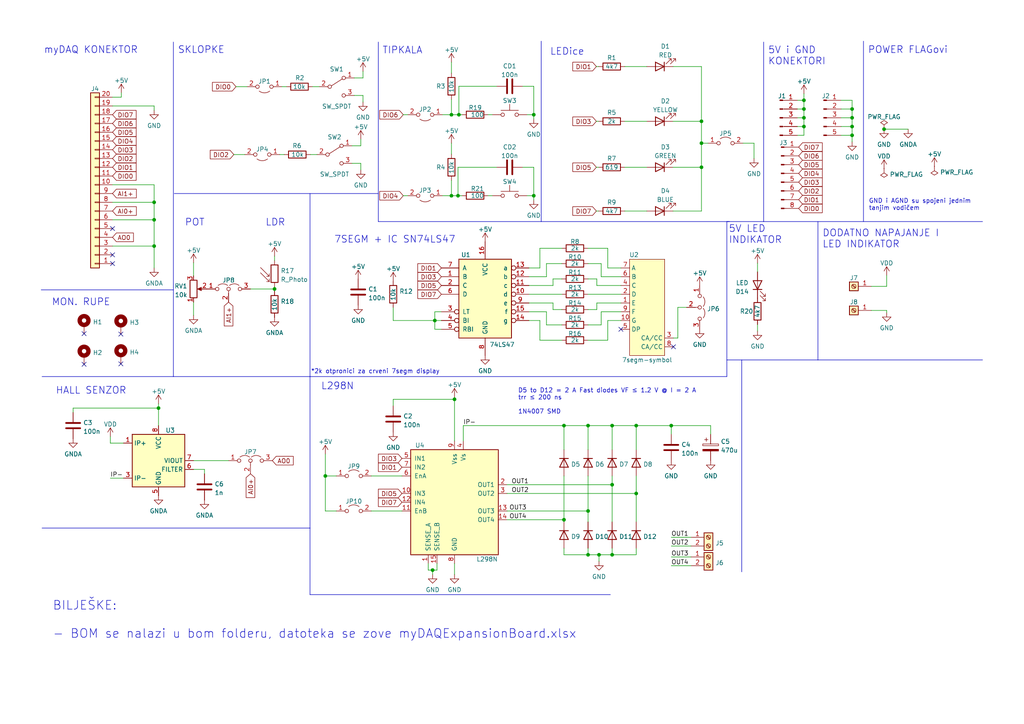
<source format=kicad_sch>
(kicad_sch (version 20230121) (generator eeschema)
  (paper "A4")
  (title_block (title "myDAQExpansionBoard") (date "2022-07-24") (rev "1") (company "TVZ"))
  (junction (at 45.974 118.364))
  (junction (at 177.546 160.909))
  (junction (at 170.561 148.209))
  (junction (at 130.937 56.769))
  (junction (at 177.546 140.589))
  (junction (at 131.826 115.824))
  (junction (at 233.172 31.623))
  (junction (at 170.561 160.909))
  (junction (at 170.561 123.444))
  (junction (at 163.576 150.749))
  (junction (at 233.172 29.083))
  (junction (at 184.531 143.129))
  (junction (at 247.142 39.243))
  (junction (at 203.454 41.529))
  (junction (at 247.142 36.703))
  (junction (at 154.813 56.769))
  (junction (at 125.476 165.354))
  (junction (at 173.736 160.909))
  (junction (at 154.813 33.274))
  (junction (at 94.361 138.049))
  (junction (at 177.546 123.444))
  (junction (at 79.629 83.82))
  (junction (at 203.454 35.179))
  (junction (at 233.172 36.703))
  (junction (at 132.842 56.769))
  (junction (at 203.454 48.514))
  (junction (at 184.531 123.444))
  (junction (at 247.142 34.163))
  (junction (at 256.413 37.465))
  (junction (at 44.704 58.674))
  (junction (at 126.111 92.964))
  (junction (at 44.704 63.754))
  (junction (at 130.937 33.274))
  (junction (at 44.704 71.374))
  (junction (at 133.096 33.274))
  (junction (at 163.576 123.444))
  (junction (at 247.142 31.623))
  (junction (at 194.691 123.444))
  (junction (at 233.172 34.163))
  (no_connect (at 180.086 95.504))
  (no_connect (at 32.639 73.914))
  (no_connect (at 32.639 66.294))
  (no_connect (at 32.639 76.454))
  (no_connect (at 195.326 100.584))
  (no_connect (at 35.052 105.537))
  (no_connect (at 24.384 96.774))
  (no_connect (at 24.384 105.664))
  (no_connect (at 35.052 96.901))
  (wire (pts (xy 114.046 115.824) (xy 114.046 117.729)))
  (wire (pts (xy 44.704 71.374) (xy 44.704 63.754)))
  (wire (pts (xy 203.454 48.514) (xy 203.454 41.529)))
  (wire (pts (xy 128.397 33.274) (xy 130.937 33.274)))
  (wire (pts (xy 152.908 33.274) (xy 154.813 33.274)))
  (wire (pts (xy 218.694 41.529) (xy 215.519 41.529)))
  (wire (pts (xy 151.638 48.514) (xy 154.813 48.514)))
  (wire (pts (xy 94.361 148.209) (xy 97.536 148.209)))
  (wire (pts (xy 116.967 33.274) (xy 118.237 33.274)))
  (wire (pts (xy 243.967 36.703) (xy 247.142 36.703)))
  (wire (pts (xy 56.134 87.63) (xy 56.134 91.44)))
  (wire (pts (xy 172.974 19.304) (xy 173.609 19.304)))
  (wire (pts (xy 56.134 133.604) (xy 66.294 133.604)))
  (wire (pts (xy 68.453 25.146) (xy 71.628 25.146)))
  (polyline (pts (xy 50.292 109.22) (xy 50.292 84.074)))
  (wire (pts (xy 126.111 92.964) (xy 114.046 92.964)))
  (polyline (pts (xy 109.728 12.192) (xy 109.728 56.134)))
  (wire (pts (xy 205.359 41.529) (xy 203.454 41.529)))
  (wire (pts (xy 154.813 48.514) (xy 154.813 56.769)))
  (wire (pts (xy 32.639 28.194) (xy 35.179 28.194)))
  (polyline (pts (xy 210.82 64.262) (xy 211.582 64.262)))
  (polyline (pts (xy 89.916 109.22) (xy 89.916 56.134)))
  (wire (pts (xy 116.967 56.769) (xy 118.237 56.769)))
  (wire (pts (xy 173.101 87.884) (xy 173.101 89.789)))
  (wire (pts (xy 90.043 44.831) (xy 91.948 44.831)))
  (wire (pts (xy 170.561 85.344) (xy 180.086 85.344)))
  (wire (pts (xy 203.454 41.529) (xy 203.454 35.179)))
  (wire (pts (xy 156.591 92.964) (xy 153.416 92.964)))
  (wire (pts (xy 233.172 29.083) (xy 233.172 31.623)))
  (wire (pts (xy 172.974 35.179) (xy 173.609 35.179)))
  (polyline (pts (xy 237.236 104.394) (xy 237.236 64.262)))
  (polyline (pts (xy 237.236 104.394) (xy 210.82 104.394)))
  (wire (pts (xy 81.153 44.831) (xy 82.423 44.831)))
  (polyline (pts (xy 50.546 56.134) (xy 109.728 56.134)))
  (wire (pts (xy 162.941 98.679) (xy 156.591 98.679)))
  (wire (pts (xy 158.496 76.454) (xy 158.496 80.264)))
  (wire (pts (xy 133.096 25.019) (xy 144.018 25.019)))
  (wire (pts (xy 163.576 150.749) (xy 163.576 151.384)))
  (wire (pts (xy 160.401 89.789) (xy 160.401 87.884)))
  (wire (pts (xy 44.704 30.734) (xy 44.704 32.004)))
  (wire (pts (xy 181.229 61.214) (xy 187.579 61.214)))
  (wire (pts (xy 194.691 123.444) (xy 206.121 123.444)))
  (wire (pts (xy 32.639 53.594) (xy 44.704 53.594)))
  (wire (pts (xy 194.691 155.829) (xy 200.406 155.829)))
  (wire (pts (xy 126.111 90.424) (xy 126.111 92.964)))
  (wire (pts (xy 125.476 165.354) (xy 125.476 166.624)))
  (wire (pts (xy 256.413 37.465) (xy 263.398 37.465)))
  (wire (pts (xy 199.136 89.154) (xy 196.596 89.154)))
  (wire (pts (xy 184.531 143.129) (xy 184.531 151.384)))
  (wire (pts (xy 162.941 76.454) (xy 158.496 76.454)))
  (polyline (pts (xy 250.444 11.938) (xy 250.444 64.262)))
  (wire (pts (xy 177.546 123.444) (xy 184.531 123.444)))
  (wire (pts (xy 32.639 63.754) (xy 44.704 63.754)))
  (wire (pts (xy 194.691 161.544) (xy 200.406 161.544)))
  (wire (pts (xy 105.283 29.591) (xy 105.283 27.686)))
  (wire (pts (xy 160.401 87.884) (xy 153.416 87.884)))
  (polyline (pts (xy 12.192 109.22) (xy 50.292 109.22)))
  (wire (pts (xy 176.276 72.009) (xy 170.561 72.009)))
  (wire (pts (xy 194.691 164.084) (xy 200.406 164.084)))
  (wire (pts (xy 177.546 159.004) (xy 177.546 160.909)))
  (wire (pts (xy 170.561 130.429) (xy 170.561 123.444)))
  (wire (pts (xy 170.561 123.444) (xy 177.546 123.444)))
  (wire (pts (xy 130.937 41.529) (xy 130.937 44.704)))
  (wire (pts (xy 105.283 27.686) (xy 102.743 27.686)))
  (wire (pts (xy 44.704 58.674) (xy 44.704 53.594)))
  (wire (pts (xy 156.591 72.009) (xy 156.591 77.724)))
  (wire (pts (xy 59.309 136.144) (xy 59.309 137.414)))
  (wire (pts (xy 233.172 36.703) (xy 233.172 39.243)))
  (wire (pts (xy 163.576 138.049) (xy 163.576 150.749)))
  (polyline (pts (xy 156.972 11.938) (xy 156.972 64.262)))
  (wire (pts (xy 147.066 148.209) (xy 170.561 148.209)))
  (wire (pts (xy 243.967 34.163) (xy 247.142 34.163)))
  (wire (pts (xy 231.267 29.083) (xy 233.172 29.083)))
  (wire (pts (xy 21.209 118.364) (xy 45.974 118.364)))
  (wire (pts (xy 181.229 19.304) (xy 187.579 19.304)))
  (wire (pts (xy 154.813 58.039) (xy 154.813 56.769)))
  (wire (pts (xy 45.974 118.364) (xy 45.974 123.444)))
  (wire (pts (xy 180.086 82.804) (xy 173.101 82.804)))
  (wire (pts (xy 151.638 25.019) (xy 154.813 25.019)))
  (wire (pts (xy 247.142 41.148) (xy 247.142 39.243)))
  (wire (pts (xy 44.704 63.754) (xy 44.704 58.674)))
  (wire (pts (xy 128.397 56.769) (xy 130.937 56.769)))
  (wire (pts (xy 163.576 160.909) (xy 170.561 160.909)))
  (polyline (pts (xy 210.82 104.394) (xy 210.82 64.262)))
  (polyline (pts (xy 284.988 104.394) (xy 237.236 104.394)))
  (wire (pts (xy 32.004 128.524) (xy 32.004 126.619)))
  (wire (pts (xy 174.371 94.234) (xy 170.561 94.234)))
  (wire (pts (xy 131.826 115.189) (xy 131.826 115.824)))
  (wire (pts (xy 134.366 123.444) (xy 163.576 123.444)))
  (wire (pts (xy 173.101 82.804) (xy 173.101 80.899)))
  (wire (pts (xy 184.531 160.909) (xy 184.531 159.004)))
  (wire (pts (xy 243.967 31.623) (xy 247.142 31.623)))
  (wire (pts (xy 180.086 80.264) (xy 174.371 80.264)))
  (polyline (pts (xy 89.916 109.22) (xy 50.292 109.22)))
  (wire (pts (xy 231.267 31.623) (xy 233.172 31.623)))
  (polyline (pts (xy 109.728 56.134) (xy 109.728 64.262)))
  (wire (pts (xy 233.172 31.623) (xy 233.172 34.163)))
  (wire (pts (xy 147.066 150.749) (xy 163.576 150.749)))
  (wire (pts (xy 257.175 83.058) (xy 257.175 79.883)))
  (wire (pts (xy 114.046 89.154) (xy 114.046 92.964)))
  (polyline (pts (xy 109.728 64.262) (xy 156.972 64.262)))
  (wire (pts (xy 141.605 33.274) (xy 142.748 33.274)))
  (wire (pts (xy 162.941 94.234) (xy 158.496 94.234)))
  (wire (pts (xy 153.416 85.344) (xy 162.941 85.344)))
  (wire (pts (xy 79.629 74.295) (xy 79.629 75.565)))
  (wire (pts (xy 231.267 34.163) (xy 233.172 34.163)))
  (wire (pts (xy 170.561 138.049) (xy 170.561 148.209)))
  (wire (pts (xy 203.454 61.214) (xy 203.454 48.514)))
  (wire (pts (xy 107.696 138.049) (xy 116.586 138.049)))
  (wire (pts (xy 233.172 27.178) (xy 233.172 29.083)))
  (wire (pts (xy 196.596 89.154) (xy 196.596 98.044)))
  (wire (pts (xy 154.813 33.274) (xy 154.813 34.544)))
  (wire (pts (xy 158.496 90.424) (xy 153.416 90.424)))
  (wire (pts (xy 94.361 138.049) (xy 97.536 138.049)))
  (wire (pts (xy 160.401 82.804) (xy 153.416 82.804)))
  (polyline (pts (xy 210.82 104.394) (xy 210.82 109.22)))
  (wire (pts (xy 35.814 128.524) (xy 32.004 128.524)))
  (wire (pts (xy 172.974 61.214) (xy 173.609 61.214)))
  (wire (pts (xy 247.142 39.243) (xy 247.142 36.703)))
  (wire (pts (xy 195.199 35.179) (xy 203.454 35.179)))
  (wire (pts (xy 130.937 33.274) (xy 133.096 33.274)))
  (wire (pts (xy 257.175 90.043) (xy 257.175 90.678)))
  (wire (pts (xy 177.546 151.384) (xy 177.546 140.589)))
  (wire (pts (xy 173.101 80.899) (xy 170.561 80.899)))
  (wire (pts (xy 67.818 44.831) (xy 70.993 44.831)))
  (wire (pts (xy 180.086 77.724) (xy 176.276 77.724)))
  (wire (pts (xy 173.736 160.909) (xy 177.546 160.909)))
  (wire (pts (xy 133.096 33.274) (xy 133.985 33.274)))
  (polyline (pts (xy 12.192 153.162) (xy 89.916 153.162)))
  (wire (pts (xy 194.691 158.369) (xy 200.406 158.369)))
  (wire (pts (xy 126.111 95.504) (xy 126.111 92.964)))
  (polyline (pts (xy 89.916 172.466) (xy 177.038 172.466)))
  (wire (pts (xy 141.605 56.769) (xy 142.748 56.769)))
  (wire (pts (xy 130.937 56.769) (xy 130.937 52.324)))
  (wire (pts (xy 32.639 71.374) (xy 44.704 71.374)))
  (wire (pts (xy 102.743 22.606) (xy 105.283 22.606)))
  (polyline (pts (xy 89.916 153.162) (xy 89.916 172.466)))
  (wire (pts (xy 173.101 89.789) (xy 170.561 89.789)))
  (wire (pts (xy 144.018 48.514) (xy 132.842 48.514)))
  (wire (pts (xy 79.629 83.185) (xy 79.629 83.82)))
  (polyline (pts (xy 221.488 12.192) (xy 221.488 64.262)))
  (wire (pts (xy 126.111 92.964) (xy 128.016 92.964)))
  (polyline (pts (xy 221.488 64.262) (xy 284.988 64.262)))
  (wire (pts (xy 156.591 98.679) (xy 156.591 92.964)))
  (wire (pts (xy 163.576 130.429) (xy 163.576 123.444)))
  (wire (pts (xy 177.546 140.589) (xy 177.546 138.049)))
  (wire (pts (xy 132.842 48.514) (xy 132.842 56.769)))
  (wire (pts (xy 163.576 123.444) (xy 170.561 123.444)))
  (wire (pts (xy 130.937 56.769) (xy 132.842 56.769)))
  (wire (pts (xy 32.639 58.674) (xy 44.704 58.674)))
  (wire (pts (xy 158.496 80.264) (xy 153.416 80.264)))
  (wire (pts (xy 219.71 76.327) (xy 219.71 78.867)))
  (wire (pts (xy 133.096 25.019) (xy 133.096 33.274)))
  (wire (pts (xy 252.73 90.043) (xy 257.175 90.043)))
  (wire (pts (xy 124.206 163.449) (xy 124.206 165.354)))
  (polyline (pts (xy 50.292 12.192) (xy 50.292 84.074)))
  (wire (pts (xy 154.813 25.019) (xy 154.813 33.274)))
  (wire (pts (xy 231.267 36.703) (xy 233.172 36.703)))
  (wire (pts (xy 56.134 80.01) (xy 56.134 76.2)))
  (wire (pts (xy 176.276 77.724) (xy 176.276 72.009)))
  (wire (pts (xy 130.937 33.274) (xy 130.937 28.829)))
  (wire (pts (xy 174.371 76.454) (xy 170.561 76.454)))
  (wire (pts (xy 174.371 90.424) (xy 174.371 94.234)))
  (wire (pts (xy 195.199 48.514) (xy 203.454 48.514)))
  (wire (pts (xy 131.826 163.449) (xy 131.826 166.624)))
  (wire (pts (xy 233.172 39.243) (xy 231.267 39.243)))
  (wire (pts (xy 243.967 39.243) (xy 247.142 39.243)))
  (wire (pts (xy 128.016 90.424) (xy 126.111 90.424)))
  (wire (pts (xy 72.644 83.82) (xy 79.629 83.82)))
  (wire (pts (xy 247.142 34.163) (xy 247.142 31.623)))
  (wire (pts (xy 174.371 80.264) (xy 174.371 76.454)))
  (polyline (pts (xy 210.82 109.22) (xy 89.916 109.22)))
  (wire (pts (xy 125.476 165.354) (xy 126.746 165.354)))
  (wire (pts (xy 170.561 148.209) (xy 170.561 151.384)))
  (wire (pts (xy 156.591 77.724) (xy 153.416 77.724)))
  (wire (pts (xy 184.531 123.444) (xy 184.531 130.429)))
  (polyline (pts (xy 215.138 104.394) (xy 215.138 165.862)))
  (wire (pts (xy 32.004 138.684) (xy 35.814 138.684)))
  (wire (pts (xy 130.937 18.034) (xy 130.937 21.209)))
  (polyline (pts (xy 156.972 64.262) (xy 221.488 64.262)))
  (wire (pts (xy 147.066 140.589) (xy 177.546 140.589)))
  (wire (pts (xy 158.496 94.234) (xy 158.496 90.424)))
  (wire (pts (xy 184.531 143.129) (xy 147.066 143.129)))
  (wire (pts (xy 131.826 115.824) (xy 131.826 127.889)))
  (wire (pts (xy 180.086 92.964) (xy 176.276 92.964)))
  (wire (pts (xy 206.121 125.984) (xy 206.121 123.444)))
  (wire (pts (xy 181.229 48.514) (xy 187.579 48.514)))
  (wire (pts (xy 233.172 34.163) (xy 233.172 36.703)))
  (wire (pts (xy 126.746 165.354) (xy 126.746 163.449)))
  (wire (pts (xy 177.546 123.444) (xy 177.546 130.429)))
  (wire (pts (xy 104.648 49.276) (xy 104.648 47.371)))
  (wire (pts (xy 94.361 138.049) (xy 94.361 148.209)))
  (wire (pts (xy 94.361 131.699) (xy 94.361 138.049)))
  (wire (pts (xy 102.108 42.291) (xy 104.648 42.291)))
  (wire (pts (xy 35.179 28.194) (xy 35.179 26.924)))
  (wire (pts (xy 44.704 77.724) (xy 44.704 71.374)))
  (wire (pts (xy 195.199 61.214) (xy 203.454 61.214)))
  (wire (pts (xy 247.142 36.703) (xy 247.142 34.163)))
  (wire (pts (xy 219.71 94.107) (xy 219.71 96.012)))
  (polyline (pts (xy 89.916 153.162) (xy 89.916 109.22)))
  (wire (pts (xy 180.086 90.424) (xy 174.371 90.424)))
  (wire (pts (xy 247.142 29.083) (xy 243.967 29.083)))
  (wire (pts (xy 180.086 87.884) (xy 173.101 87.884)))
  (wire (pts (xy 21.209 119.634) (xy 21.209 118.364)))
  (wire (pts (xy 124.206 165.354) (xy 125.476 165.354)))
  (wire (pts (xy 105.283 22.606) (xy 105.283 20.701)))
  (wire (pts (xy 162.941 89.789) (xy 160.401 89.789)))
  (wire (pts (xy 218.694 45.974) (xy 218.694 41.529)))
  (wire (pts (xy 203.454 35.179) (xy 203.454 19.304)))
  (wire (pts (xy 176.276 92.964) (xy 176.276 98.679)))
  (wire (pts (xy 176.276 98.679) (xy 170.561 98.679)))
  (wire (pts (xy 252.73 83.058) (xy 257.175 83.058)))
  (wire (pts (xy 81.788 25.146) (xy 83.058 25.146)))
  (wire (pts (xy 184.531 123.444) (xy 194.691 123.444)))
  (wire (pts (xy 170.561 160.909) (xy 173.736 160.909)))
  (wire (pts (xy 162.941 80.899) (xy 160.401 80.899)))
  (wire (pts (xy 128.016 95.504) (xy 126.111 95.504)))
  (wire (pts (xy 44.704 30.734) (xy 32.639 30.734)))
  (wire (pts (xy 132.842 56.769) (xy 133.985 56.769)))
  (wire (pts (xy 104.648 42.291) (xy 104.648 40.386)))
  (wire (pts (xy 195.326 98.044) (xy 196.596 98.044)))
  (wire (pts (xy 56.134 136.144) (xy 59.309 136.144)))
  (wire (pts (xy 163.576 159.004) (xy 163.576 160.909)))
  (wire (pts (xy 134.366 123.444) (xy 134.366 127.889)))
  (wire (pts (xy 45.974 117.094) (xy 45.974 118.364)))
  (wire (pts (xy 184.531 138.049) (xy 184.531 143.129)))
  (wire (pts (xy 160.401 80.899) (xy 160.401 82.804)))
  (wire (pts (xy 104.648 47.371) (xy 102.108 47.371)))
  (wire (pts (xy 203.454 19.304) (xy 195.199 19.304)))
  (wire (pts (xy 172.974 48.514) (xy 173.609 48.514)))
  (wire (pts (xy 90.678 25.146) (xy 92.583 25.146)))
  (wire (pts (xy 107.696 148.209) (xy 116.586 148.209)))
  (polyline (pts (xy 11.938 84.074) (xy 50.292 84.074)))
  (wire (pts (xy 181.229 35.179) (xy 187.579 35.179)))
  (wire (pts (xy 131.826 115.824) (xy 114.046 115.824)))
  (wire (pts (xy 162.941 72.009) (xy 156.591 72.009)))
  (wire (pts (xy 170.561 159.004) (xy 170.561 160.909)))
  (wire (pts (xy 173.736 160.909) (xy 173.736 162.814)))
  (wire (pts (xy 247.142 31.623) (xy 247.142 29.083)))
  (wire (pts (xy 79.629 83.82) (xy 79.629 84.455)))
  (wire (pts (xy 194.691 125.984) (xy 194.691 123.444)))
  (wire (pts (xy 152.908 56.769) (xy 154.813 56.769)))
  (wire (pts (xy 177.546 160.909) (xy 184.531 160.909)))
  (text "myDAQ KONEKTOR" (at 12.7 15.748 0) (effects (font (size 2 2)) (justify left bottom)))
  (text "LEDice" (at 159.512 16.256 0) (effects (font (size 2 2)) (justify left bottom)))
  (text "5V LED\nINDIKATOR" (at 211.328 70.866 0) (effects (font (size 2 2)) (justify left bottom)))
  (text "*2k otpronici za crveni 7segm display" (at 90.17 108.585 0) (effects (font (size 1.27 1.27)) (justify left bottom)))
  (text "D5 to D12 = 2 A Fast diodes VF ≤ 1.2 V @ I = 2 A\ntrr ≤ 200 ns\n\n1N4007 SMD" (at 150.241 120.269 0) (effects (font (size 1.27 1.27)) (justify left bottom)))
  (text "5V i GND\nKONEKTORI" (at 222.758 19.05 0) (effects (font (size 2 2)) (justify left bottom)))
  (text "7SEGM + IC SN74LS47" (at 96.901 70.739 0) (effects (font (size 2 2)) (justify left bottom)))
  (text "POT" (at 53.594 65.786 0) (effects (font (size 2 2)) (justify left bottom)))
  (text "HALL SENZOR" (at 16.129 114.554 0) (effects (font (size 2 2)) (justify left bottom)))
  (text "POWER FLAGovi" (at 251.714 15.748 0) (effects (font (size 2 2)) (justify left bottom)))
  (text "L298N" (at 93.091 113.284 0) (effects (font (size 2 2)) (justify left bottom)))
  (text "BILJEŠKE:\n\n- BOM se nalazi u bom folderu, datoteka se zove myDAQExpansionBoard.xlsx" (at 15.24 185.42 0) (effects (font (size 2.54 2.54)) (justify left bottom)))
  (text "MON. RUPE" (at 14.986 88.9 0) (effects (font (size 2 2)) (justify left bottom)))
  (text "TIPKALA" (at 110.871 15.875 0) (effects (font (size 2 2)) (justify left bottom)))
  (text "SKLOPKE" (at 51.562 15.748 0) (effects (font (size 2 2)) (justify left bottom)))
  (text "DODATNO NAPAJANJE I \nLED INDIKATOR" (at 238.506 72.136 0) (effects (font (size 2 2)) (justify left bottom)))
  (text "GND i AGND su spojeni jednim\ntanjim vodičem" (at 251.968 61.214 0) (effects (font (size 1.27 1.27)) (justify left bottom)))
  (text "LDR" (at 76.962 65.786 0) (effects (font (size 2 2)) (justify left bottom)))
  (label "OUT3" (at 147.701 148.209 0))
  (label "OUT1" (at 148.336 140.589 0))
  (label "IP-" (at 134.366 123.444 0))
  (label "IP-" (at 32.004 138.684 0))
  (label "OUT4" (at 194.691 164.084 0))
  (label "OUT2" (at 148.336 143.129 0))
  (label "OUT2" (at 194.691 158.369 0))
  (label "OUT1" (at 194.691 155.829 0))
  (label "OUT3" (at 194.691 161.544 0))
  (label "OUT4" (at 147.701 150.749 0))
  (global_label "DIO5" (shape input) (at 172.974 48.514 180) (property "Intersheetrefs" "${INTERSHEET_REFS}" (effects hide)))
  (global_label "DIO7" (shape input) (at 128.016 85.344 180) (property "Intersheetrefs" "${INTERSHEET_REFS}" (effects hide)))
  (global_label "DIO1" (shape input) (at 116.586 135.509 180) (property "Intersheetrefs" "${INTERSHEET_REFS}" (effects hide)))
  (global_label "DIO3" (shape input) (at 172.974 35.179 180) (property "Intersheetrefs" "${INTERSHEET_REFS}" (effects hide)))
  (global_label "DIO3" (shape input) (at 128.016 80.264 180) (property "Intersheetrefs" "${INTERSHEET_REFS}" (effects hide)))
  (global_label "DIO1" (shape input) (at 128.016 77.724 180) (property "Intersheetrefs" "${INTERSHEET_REFS}" (effects hide)))
  (global_label "AI1+" (shape input) (at 32.639 56.134 0) (property "Intersheetrefs" "${INTERSHEET_REFS}" (effects hide)))
  (global_label "DIO7" (shape input) (at 116.586 145.669 180) (property "Intersheetrefs" "${INTERSHEET_REFS}" (effects hide)))
  (global_label "AI0+" (shape input) (at 32.639 61.214 0) (property "Intersheetrefs" "${INTERSHEET_REFS}" (effects hide)))
  (global_label "DIO1" (shape input) (at 172.974 19.304 180) (property "Intersheetrefs" "${INTERSHEET_REFS}" (effects hide)))
  (global_label "DIO3" (shape input) (at 116.586 132.969 180) (property "Intersheetrefs" "${INTERSHEET_REFS}" (effects hide)))
  (global_label "DIO7" (shape input) (at 231.648 42.672 0) (property "Intersheetrefs" "${INTERSHEET_REFS}" (effects hide)))
  (global_label "DIO2" (shape input) (at 231.648 55.372 0) (property "Intersheetrefs" "${INTERSHEET_REFS}" (effects hide)))
  (global_label "DIO5" (shape input) (at 128.016 82.804 180) (property "Intersheetrefs" "${INTERSHEET_REFS}" (effects hide)))
  (global_label "DIO4" (shape input) (at 116.967 56.769 180) (property "Intersheetrefs" "${INTERSHEET_REFS}" (effects hide)))
  (global_label "AI0+" (shape input) (at 72.644 137.414 270) (property "Intersheetrefs" "${INTERSHEET_REFS}" (effects hide)))
  (global_label "DIO0" (shape input) (at 231.648 60.452 0) (property "Intersheetrefs" "${INTERSHEET_REFS}" (effects hide)))
  (global_label "DIO2" (shape input) (at 67.818 44.831 180) (property "Intersheetrefs" "${INTERSHEET_REFS}" (effects hide)))
  (global_label "DIO4" (shape input) (at 231.648 50.292 0) (property "Intersheetrefs" "${INTERSHEET_REFS}" (effects hide)))
  (global_label "DIO4" (shape input) (at 32.639 40.894 0) (property "Intersheetrefs" "${INTERSHEET_REFS}" (effects hide)))
  (global_label "AI1+" (shape input) (at 66.294 87.63 270) (property "Intersheetrefs" "${INTERSHEET_REFS}" (effects hide)))
  (global_label "DIO3" (shape input) (at 32.639 43.434 0) (property "Intersheetrefs" "${INTERSHEET_REFS}" (effects hide)))
  (global_label "DIO1" (shape input) (at 231.648 57.912 0) (property "Intersheetrefs" "${INTERSHEET_REFS}" (effects hide)))
  (global_label "DIO6" (shape input) (at 116.967 33.274 180) (property "Intersheetrefs" "${INTERSHEET_REFS}" (effects hide)))
  (global_label "DIO5" (shape input) (at 116.586 143.129 180) (property "Intersheetrefs" "${INTERSHEET_REFS}" (effects hide)))
  (global_label "DIO5" (shape input) (at 32.639 38.354 0) (property "Intersheetrefs" "${INTERSHEET_REFS}" (effects hide)))
  (global_label "DIO2" (shape input) (at 32.639 45.974 0) (property "Intersheetrefs" "${INTERSHEET_REFS}" (effects hide)))
  (global_label "DIO0" (shape input) (at 32.639 51.054 0) (property "Intersheetrefs" "${INTERSHEET_REFS}" (effects hide)))
  (global_label "DIO7" (shape input) (at 172.974 61.214 180) (property "Intersheetrefs" "${INTERSHEET_REFS}" (effects hide)))
  (global_label "AO0" (shape input) (at 32.639 68.834 0) (property "Intersheetrefs" "${INTERSHEET_REFS}" (effects hide)))
  (global_label "DIO1" (shape input) (at 32.639 48.514 0) (property "Intersheetrefs" "${INTERSHEET_REFS}" (effects hide)))
  (global_label "DIO0" (shape input) (at 68.453 25.146 180) (property "Intersheetrefs" "${INTERSHEET_REFS}" (effects hide)))
  (global_label "DIO7" (shape input) (at 32.639 33.274 0) (property "Intersheetrefs" "${INTERSHEET_REFS}" (effects hide)))
  (global_label "AO0" (shape input) (at 78.994 133.604 0) (property "Intersheetrefs" "${INTERSHEET_REFS}" (effects hide)))
  (global_label "DIO6" (shape input) (at 32.639 35.814 0) (property "Intersheetrefs" "${INTERSHEET_REFS}" (effects hide)))
  (global_label "DIO5" (shape input) (at 231.648 47.752 0) (property "Intersheetrefs" "${INTERSHEET_REFS}" (effects hide)))
  (global_label "DIO6" (shape input) (at 231.648 45.212 0) (property "Intersheetrefs" "${INTERSHEET_REFS}" (effects hide)))
  (global_label "DIO3" (shape input) (at 231.648 52.832 0) (property "Intersheetrefs" "${INTERSHEET_REFS}" (effects hide)))
  (symbol (lib_id "Mechanical:MountingHole_Pad") (at 35.052 102.997 0) (unit 1)
    (property "Reference" "H4" (at 37.592 102.1608 0) (effects (justify left)))
    (property "Value" "MountingHole_Pad" (effects hide))
    (property "Footprint" "MountingHole:MountingHole_3.2mm_M3_ISO7380_Pad" (effects hide))
  )
  (symbol (lib_id "Device:R") (at 177.419 48.514 90) (unit 1)
    (property "Reference" "R7" (at 177.419 45.974 90))
    (property "Value" "619" (at 177.419 48.514 90))
    (property "Footprint" "Resistor_SMD:R_0603_1608Metric" (effects hide))
  )
  (symbol (lib_id "Device:LED") (at 191.389 19.304 180) (unit 1)
    (property "Reference" "D1" (at 192.9765 13.4452 0))
    (property "Value" "RED" (at 192.9765 15.9821 0))
    (property "Footprint" "LED_THT:LED_D5.0mm" (effects hide))
  )
  (symbol (lib_id "power:+5V") (at 202.946 82.804 0) (unit 1)
    (property "Reference" "#PWR020" (effects hide))
    (property "Value" "+5V" (at 202.946 79.2282 0))
  )
  (symbol (lib_id "Device:R") (at 130.937 25.019 0) (unit 1)
    (property "Reference" "R3" (at 126.492 25.019 0) (effects (justify left)))
    (property "Value" "10k" (at 130.937 26.924 90) (effects (justify left)))
    (property "Footprint" "Resistor_SMD:R_0603_1608Metric" (effects hide))
  )
  (symbol (lib_id "74xx:74LS47") (at 140.716 85.344 0) (unit 1)
    (property "Reference" "U1" (at 133.731 73.914 0) (effects (justify left)))
    (property "Value" "74LS47" (at 141.986 99.949 0) (effects (justify left)))
    (property "Footprint" "Package_DIP:DIP-16_W7.62mm" (effects hide))
    (property "Datasheet" "http://www.ti.com/lit/gpn/sn74LS47" (effects hide))
  )
  (symbol (lib_id "Symbols:7segm-symbol") (at 187.706 87.884 0) (unit 1)
    (property "Reference" "U2" (at 183.896 73.914 0))
    (property "Value" "7segm-symbol" (at 187.706 104.394 0))
    (property "Footprint" "Library:7segm-SA52" (effects hide))
  )
  (symbol (lib_id "Device:LED") (at 191.389 48.514 180) (unit 1)
    (property "Reference" "D3" (at 192.9765 42.6552 0))
    (property "Value" "GREEN" (at 192.9765 45.1921 0))
    (property "Footprint" "LED_THT:LED_D5.0mm" (effects hide))
  )
  (symbol (lib_id "Device:R") (at 177.419 61.214 90) (unit 1)
    (property "Reference" "R9" (at 177.419 58.674 90))
    (property "Value" "4k7" (at 177.419 61.214 90))
    (property "Footprint" "Resistor_SMD:R_0603_1608Metric" (effects hide))
  )
  (symbol (lib_name "1N4007_5") (lib_id "Diode:1N4007") (at 184.531 155.194 270) (unit 1)
    (property "Reference" "D12" (at 186.563 155.6278 90) (effects (justify left)))
    (property "Value" "1N4007" (effects hide))
    (property "Footprint" "Diode_SMD:D_SMA" (effects hide))
    (property "Datasheet" "http://www.vishay.com/docs/88503/1n4001.pdf" (effects hide))
  )
  (symbol (lib_id "Device:C") (at 147.828 48.514 90) (unit 1)
    (property "Reference" "CD2" (at 147.828 42.6552 90))
    (property "Value" "100n" (at 147.828 45.1921 90))
    (property "Footprint" "Capacitor_SMD:C_0805_2012Metric" (effects hide))
  )
  (symbol (lib_id "Jumper:Jumper_3_Open") (at 66.294 83.82 0) (unit 1)
    (property "Reference" "JP8" (at 66.294 81.285 0))
    (property "Value" "Jumper_3_Open" (effects hide))
    (property "Footprint" "Library:PinHeader_1x03_P2.54mm_Vertical_jumper" (effects hide))
  )
  (symbol (lib_id "Diode:1N4007") (at 163.576 134.239 270) (unit 1)
    (property "Reference" "D5" (at 165.608 134.6728 90) (effects (justify left)))
    (property "Value" "1N4007" (effects hide))
    (property "Footprint" "Diode_SMD:D_SMA" (effects hide))
    (property "Datasheet" "http://www.vishay.com/docs/88503/1n4001.pdf" (effects hide))
  )
  (symbol (lib_id "Sensor_Current:ACS712xLCTR-05B") (at 45.974 133.604 0) (unit 1)
    (property "Reference" "U3" (at 47.9934 124.8212 0) (effects (justify left)))
    (property "Value" "ACS712xLCTR-05B" (effects hide))
    (property "Footprint" "Package_SO:SOIC-8_3.9x4.9mm_P1.27mm" (effects hide))
    (property "Datasheet" "http://www.allegromicro.com/~/media/Files/Datasheets/ACS712-Datasheet.ashx?la=en" (effects hide))
  )
  (symbol (lib_id "Connector:Screw_Terminal_01x01") (at 247.65 90.043 180) (unit 1)
    (property "Reference" "J8" (at 247.65 87.6102 0))
    (property "Value" "Screw_Terminal_01x01" (effects hide))
    (property "Footprint" "Library:DELTRON 4mm banana socket - black" (effects hide))
  )
  (symbol (lib_id "Device:R") (at 166.751 72.009 90) (unit 1)
    (property "Reference" "R8" (at 166.751 70.104 90))
    (property "Value" "2k" (at 166.751 72.009 90))
    (property "Footprint" "Resistor_SMD:R_0603_1608Metric" (effects hide))
  )
  (symbol (lib_id "Device:R") (at 130.937 48.514 0) (unit 1)
    (property "Reference" "R4" (at 126.492 48.514 0) (effects (justify left)))
    (property "Value" "10k" (at 130.937 50.419 90) (effects (justify left)))
    (property "Footprint" "Resistor_SMD:R_0603_1608Metric" (effects hide))
  )
  (symbol (lib_id "Device:R") (at 137.795 56.769 270) (unit 1)
    (property "Reference" "R21" (at 136.525 54.737 90) (effects (justify left)))
    (property "Value" "100" (at 136.525 56.769 90) (effects (justify left)))
    (property "Footprint" "Resistor_SMD:R_0603_1608Metric" (effects hide))
  )
  (symbol (lib_id "power:+5V") (at 35.179 26.924 0) (unit 1)
    (property "Reference" "#PWR010" (effects hide))
    (property "Value" "+5V" (at 35.179 23.3482 0))
  )
  (symbol (lib_id "Connector:Conn_01x05_Male") (at 238.887 34.163 0) (unit 1)
    (property "Reference" "J2" (at 239.522 27.844 0))
    (property "Value" "Conn_01x05_Male" (effects hide))
    (property "Footprint" "Connector_PinHeader_2.54mm:PinHeader_1x05_P2.54mm_Vertical" (effects hide))
  )
  (symbol (lib_id "power:GND") (at 103.886 88.519 0) (unit 1)
    (property "Reference" "#PWR021" (effects hide))
    (property "Value" "GND" (at 103.886 92.9624 0))
  )
  (symbol (lib_id "power:VDD") (at 256.413 48.895 0) (unit 1)
    (property "Reference" "#PWR09" (effects hide))
    (property "Value" "VDD" (at 256.413 45.3192 0))
  )
  (symbol (lib_id "Device:C") (at 59.309 141.224 0) (unit 1)
    (property "Reference" "C6" (at 62.23 140.3893 0) (effects (justify left)))
    (property "Value" "1n" (at 62.23 142.9262 0) (effects (justify left)))
    (property "Footprint" "Capacitor_SMD:C_0603_1608Metric" (effects hide))
  )
  (symbol (lib_id "Jumper:Jumper_2_Open") (at 76.708 25.146 180) (unit 1)
    (property "Reference" "JP1" (at 76.708 23.6022 0))
    (property "Value" "Jumper_2_Open" (effects hide))
    (property "Footprint" "Library:PinHeader_1x02_P2.54mm_jumper" (effects hide))
  )
  (symbol (lib_id "power:GND") (at 173.736 162.814 0) (unit 1)
    (property "Reference" "#PWR040" (effects hide))
    (property "Value" "GND" (at 173.736 167.2574 0))
  )
  (symbol (lib_id "Jumper:Jumper_2_Open") (at 210.439 41.529 0) (unit 1)
    (property "Reference" "JP5" (at 210.439 38.7152 0))
    (property "Value" "Jumper_2_Open" (effects hide))
    (property "Footprint" "Library:PinHeader_1x02_P2.54mm_jumper" (effects hide))
  )
  (symbol (lib_id "Device:R") (at 177.419 19.304 90) (unit 1)
    (property "Reference" "R1" (at 177.419 16.764 90))
    (property "Value" "4k7" (at 177.419 19.304 90))
    (property "Footprint" "Resistor_SMD:R_0603_1608Metric" (effects hide))
  )
  (symbol (lib_id "power:+5V") (at 130.937 18.034 0) (unit 1)
    (property "Reference" "#PWR03" (effects hide))
    (property "Value" "+5V" (at 130.937 14.4582 0))
  )
  (symbol (lib_id "Device:R") (at 137.795 33.274 270) (unit 1)
    (property "Reference" "R19" (at 135.89 31.242 90) (effects (justify left)))
    (property "Value" "100" (at 136.525 33.274 90) (effects (justify left)))
    (property "Footprint" "Resistor_SMD:R_0603_1608Metric" (effects hide))
  )
  (symbol (lib_id "Jumper:Jumper_2_Open") (at 102.616 138.049 0) (unit 1)
    (property "Reference" "JP9" (at 102.616 135.2352 0))
    (property "Value" "Jumper_2_Open" (effects hide))
    (property "Footprint" "Library:PinHeader_1x02_P2.54mm_jumper" (effects hide))
  )
  (symbol (lib_id "power:+5V") (at 45.974 117.094 0) (unit 1)
    (property "Reference" "#PWR027" (effects hide))
    (property "Value" "+5V" (at 45.974 113.5182 0))
  )
  (symbol (lib_id "Device:R") (at 166.751 76.454 90) (unit 1)
    (property "Reference" "R10" (at 166.751 74.549 90))
    (property "Value" "2k" (at 166.751 76.454 90))
    (property "Footprint" "Resistor_SMD:R_0603_1608Metric" (effects hide))
  )
  (symbol (lib_id "power:GND") (at 219.71 96.012 0) (unit 1)
    (property "Reference" "#PWR048" (effects hide))
    (property "Value" "GND" (at 219.71 100.4554 0))
  )
  (symbol (lib_id "power:GND") (at 114.046 125.349 0) (unit 1)
    (property "Reference" "#PWR030" (effects hide))
    (property "Value" "GND" (at 114.046 129.7924 0))
  )
  (symbol (lib_id "power:GND") (at 257.175 90.678 0) (unit 1)
    (property "Reference" "#PWR046" (effects hide))
    (property "Value" "GND" (at 257.175 95.1214 0))
  )
  (symbol (lib_id "power:GND") (at 206.121 133.604 0) (unit 1)
    (property "Reference" "#PWR035" (effects hide))
    (property "Value" "GND" (at 206.121 138.0474 0))
  )
  (symbol (lib_id "Mechanical:MountingHole_Pad") (at 24.384 94.234 0) (unit 1)
    (property "Reference" "H1" (at 26.924 93.3978 0) (effects (justify left)))
    (property "Value" "MountingHole_Pad" (effects hide))
    (property "Footprint" "MountingHole:MountingHole_3.2mm_M3_ISO7380_Pad" (effects hide))
  )
  (symbol (lib_id "Switch:SW_Push") (at 147.828 56.769 0) (unit 1)
    (property "Reference" "SW4" (at 147.828 52.6852 0))
    (property "Value" "SW_Push" (effects hide))
    (property "Footprint" "Library:Omron_B3F-12x12mm" (effects hide))
  )
  (symbol (lib_id "power:GND") (at 154.813 34.544 0) (unit 1)
    (property "Reference" "#PWR013" (effects hide))
    (property "Value" "GND" (at 154.813 38.9874 0))
  )
  (symbol (lib_id "power:GND") (at 202.946 95.504 0) (unit 1)
    (property "Reference" "#PWR022" (effects hide))
    (property "Value" "GND" (at 202.946 99.9474 0))
  )
  (symbol (lib_id "Mechanical:MountingHole_Pad") (at 24.384 103.124 0) (unit 1)
    (property "Reference" "H2" (at 26.924 102.2878 0) (effects (justify left)))
    (property "Value" "MountingHole_Pad" (effects hide))
    (property "Footprint" "MountingHole:MountingHole_3.2mm_M3_ISO7380_Pad" (effects hide))
  )
  (symbol (lib_id "power:GNDA") (at 263.398 37.465 0) (unit 1)
    (property "Reference" "#PWR02" (effects hide))
    (property "Value" "GNDA" (at 263.398 41.9084 0))
  )
  (symbol (lib_id "Jumper:Jumper_2_Open") (at 102.616 148.209 0) (unit 1)
    (property "Reference" "JP10" (at 102.616 145.3952 0))
    (property "Value" "Jumper_2_Open" (effects hide))
    (property "Footprint" "Library:PinHeader_1x02_P2.54mm_jumper" (effects hide))
  )
  (symbol (lib_id "Connector:Screw_Terminal_01x01") (at 247.65 83.058 180) (unit 1)
    (property "Reference" "J7" (at 247.65 80.6252 0))
    (property "Value" "Screw_Terminal_01x01" (effects hide))
    (property "Footprint" "Library:DELTRON 4mm banana socket - red" (effects hide))
  )
  (symbol (lib_id "Jumper:Jumper_2_Open") (at 76.073 44.831 180) (unit 1)
    (property "Reference" "JP4" (at 76.073 43.2872 0))
    (property "Value" "Jumper_2_Open" (effects hide))
    (property "Footprint" "Library:PinHeader_1x02_P2.54mm_jumper" (effects hide))
  )
  (symbol (lib_id "power:+5V") (at 140.716 70.104 0) (unit 1)
    (property "Reference" "#PWR017" (effects hide))
    (property "Value" "+5V" (at 140.716 66.5282 0))
  )
  (symbol (lib_id "power:+5V") (at 114.046 81.534 0) (unit 1)
    (property "Reference" "#PWR019" (effects hide))
    (property "Value" "+5V" (at 114.046 77.9582 0))
  )
  (symbol (lib_name "1N4007_1") (lib_id "Diode:1N4007") (at 184.531 134.239 270) (unit 1)
    (property "Reference" "D8" (at 186.563 134.6728 90) (effects (justify left)))
    (property "Value" "1N4007" (effects hide))
    (property "Footprint" "Diode_SMD:D_SMA" (effects hide))
    (property "Datasheet" "http://www.vishay.com/docs/88503/1n4001.pdf" (effects hide))
  )
  (symbol (lib_id "Switch:SW_SPDT") (at 97.663 25.146 0) (unit 1)
    (property "Reference" "SW1" (at 97.663 20.066 0))
    (property "Value" "SW_SPDT" (at 97.663 30.861 0))
    (property "Footprint" "Library:EG1271A" (effects hide))
  )
  (symbol (lib_id "Device:R") (at 166.751 80.899 90) (unit 1)
    (property "Reference" "R11" (at 166.751 78.994 90))
    (property "Value" "2k" (at 166.751 80.899 90))
    (property "Footprint" "Resistor_SMD:R_0603_1608Metric" (effects hide))
  )
  (symbol (lib_name "1N4007_7") (lib_id "Diode:1N4007") (at 163.576 155.194 270) (unit 1)
    (property "Reference" "D9" (at 165.608 155.6278 90) (effects (justify left)))
    (property "Value" "1N4007" (effects hide))
    (property "Footprint" "Diode_SMD:D_SMA" (effects hide))
    (property "Datasheet" "http://www.vishay.com/docs/88503/1n4001.pdf" (effects hide))
  )
  (symbol (lib_id "power:GND") (at 218.694 45.974 0) (unit 1)
    (property "Reference" "#PWR016" (effects hide))
    (property "Value" "GND" (at 218.694 50.4174 0))
  )
  (symbol (lib_id "power:+5V") (at 94.361 131.699 0) (unit 1)
    (property "Reference" "#PWR033" (effects hide))
    (property "Value" "+5V" (at 94.361 128.1232 0))
  )
  (symbol (lib_id "power:GNDA") (at 21.209 127.254 0) (unit 1)
    (property "Reference" "#PWR032" (effects hide))
    (property "Value" "GNDA" (at 21.209 131.6974 0))
  )
  (symbol (lib_id "Jumper:Jumper_2_Open") (at 123.317 56.769 180) (unit 1)
    (property "Reference" "JP3" (at 123.317 55.2252 0))
    (property "Value" "Jumper_2_Open" (effects hide))
    (property "Footprint" "Library:PinHeader_1x02_P2.54mm_jumper" (effects hide))
  )
  (symbol (lib_name "1N4007_3") (lib_id "Diode:1N4007") (at 170.561 134.239 270) (unit 1)
    (property "Reference" "D6" (at 172.593 134.6728 90) (effects (justify left)))
    (property "Value" "1N4007" (effects hide))
    (property "Footprint" "Diode_SMD:D_SMA" (effects hide))
    (property "Datasheet" "http://www.vishay.com/docs/88503/1n4001.pdf" (effects hide))
  )
  (symbol (lib_id "power:GND") (at 247.142 41.148 0) (unit 1)
    (property "Reference" "#PWR012" (effects hide))
    (property "Value" "GND" (at 247.142 45.5914 0))
  )
  (symbol (lib_id "Connector:Screw_Terminal_01x02") (at 205.486 155.829 0) (unit 1)
    (property "Reference" "J5" (at 207.518 157.5328 0) (effects (justify left)))
    (property "Value" "Screw_Terminal_01x02" (effects hide))
    (property "Footprint" "TerminalBlock_Phoenix:TerminalBlock_Phoenix_MKDS-1,5-2-5.08_1x02_P5.08mm_Horizontal" (effects hide))
  )
  (symbol (lib_id "power:GND") (at 154.813 58.039 0) (unit 1)
    (property "Reference" "#PWR014" (effects hide))
    (property "Value" "GND" (at 154.813 62.4824 0))
  )
  (symbol (lib_id "Switch:SW_Push") (at 147.828 33.274 0) (unit 1)
    (property "Reference" "SW3" (at 147.828 29.1902 0))
    (property "Value" "SW_Push" (effects hide))
    (property "Footprint" "Library:Omron_B3F-12x12mm" (effects hide))
  )
  (symbol (lib_id "Connector_Generic:Conn_01x20") (at 27.559 53.594 180) (unit 1)
    (property "Reference" "J4" (at 27.559 25.7612 0))
    (property "Value" "OSTV7XX3151" (effects hide))
    (property "Footprint" "Library:OSTV7XX3151" (effects hide))
  )
  (symbol (lib_id "power:VDD") (at 32.004 126.619 0) (unit 1)
    (property "Reference" "#PWR031" (effects hide))
    (property "Value" "VDD" (at 32.004 123.0432 0))
  )
  (symbol (lib_id "power:PWR_FLAG") (at 271.018 48.26 180) (unit 1)
    (property "Reference" "#FLG02" (effects hide))
    (property "Value" "PWR_FLAG" (at 272.669 49.9638 0) (effects (justify right)))
  )
  (symbol (lib_id "Device:R_Potentiometer") (at 56.134 83.82 0) (mirror x) (unit 1)
    (property "Reference" "RV1" (at 54.3561 82.9853 0) (effects (justify right)))
    (property "Value" "10k" (at 54.3561 85.5222 0) (effects (justify right)))
    (property "Footprint" "Library:PTV09A-4225F-B502" (effects hide))
  )
  (symbol (lib_id "Device:R_Photo") (at 79.629 79.375 0) (unit 1)
    (property "Reference" "R17" (at 81.407 78.5403 0) (effects (justify left)))
    (property "Value" "R_Photo" (at 81.407 81.0772 0) (effects (justify left)))
    (property "Footprint" "OptoDevice:R_LDR_5.1x4.3mm_P3.4mm_Vertical" (effects hide))
  )
  (symbol (lib_id "power:GND") (at 105.283 29.591 0) (unit 1)
    (property "Reference" "#PWR07" (effects hide))
    (property "Value" "GND" (at 105.283 34.0344 0))
  )
  (symbol (lib_id "Connector:Screw_Terminal_01x02") (at 205.486 161.544 0) (unit 1)
    (property "Reference" "J6" (at 207.518 163.2478 0) (effects (justify left)))
    (property "Value" "Screw_Terminal_01x02" (effects hide))
    (property "Footprint" "TerminalBlock_Phoenix:TerminalBlock_Phoenix_MKDS-1,5-2-5.08_1x02_P5.08mm_Horizontal" (effects hide))
  )
  (symbol (lib_id "power:+5V") (at 103.886 80.899 0) (unit 1)
    (property "Reference" "#PWR018" (effects hide))
    (property "Value" "+5V" (at 103.886 77.3232 0))
  )
  (symbol (lib_id "power:+5V") (at 105.283 20.701 0) (unit 1)
    (property "Reference" "#PWR05" (effects hide))
    (property "Value" "+5V" (at 105.283 17.1252 0))
  )
  (symbol (lib_id "Device:C_Polarized") (at 206.121 129.794 0) (unit 1)
    (property "Reference" "C5" (at 209.042 128.0703 0) (effects (justify left)))
    (property "Value" "470u" (at 209.042 130.6072 0) (effects (justify left)))
    (property "Footprint" "Capacitor_THT:C_Radial_D10.0mm_H16.0mm_P5.00mm" (effects hide))
  )
  (symbol (lib_id "Device:C") (at 114.046 121.539 0) (unit 1)
    (property "Reference" "C2" (at 116.967 120.7043 0) (effects (justify left)))
    (property "Value" "100n" (at 116.967 123.2412 0) (effects (justify left)))
    (property "Footprint" "Capacitor_SMD:C_0603_1608Metric" (effects hide))
  )
  (symbol (lib_id "Jumper:Jumper_2_Open") (at 123.317 33.274 180) (unit 1)
    (property "Reference" "JP2" (at 123.317 31.7302 0))
    (property "Value" "Jumper_2_Open" (effects hide))
    (property "Footprint" "Library:PinHeader_1x02_P2.54mm_jumper" (effects hide))
  )
  (symbol (lib_id "power:VDD") (at 257.175 79.883 0) (unit 1)
    (property "Reference" "#PWR045" (effects hide))
    (property "Value" "VDD" (at 257.175 76.3072 0))
  )
  (symbol (lib_id "Device:R") (at 166.751 98.679 90) (unit 1)
    (property "Reference" "R16" (at 166.751 96.774 90))
    (property "Value" "2k" (at 166.751 98.679 90))
    (property "Footprint" "Resistor_SMD:R_0603_1608Metric" (effects hide))
  )
  (symbol (lib_id "power:+5V") (at 56.134 76.2 0) (unit 1)
    (property "Reference" "#PWR026" (effects hide))
    (property "Value" "+5V" (at 56.134 72.6242 0))
  )
  (symbol (lib_id "power:GNDA") (at 79.629 92.075 0) (unit 1)
    (property "Reference" "#PWR037" (effects hide))
    (property "Value" "GNDA" (at 79.629 96.5184 0))
  )
  (symbol (lib_id "Jumper:Jumper_3_Open") (at 202.946 89.154 270) (unit 1)
    (property "Reference" "JP6" (at 205.0802 89.5878 90) (effects (justify left)))
    (property "Value" "Jumper_3_Open" (effects hide))
    (property "Footprint" "Library:PinHeader_1x03_P2.54mm_Vertical_jumper" (effects hide))
  )
  (symbol (lib_id "power:+5V") (at 104.648 40.386 0) (unit 1)
    (property "Reference" "#PWR011" (effects hide))
    (property "Value" "+5V" (at 104.648 36.8102 0))
  )
  (symbol (lib_id "Device:R") (at 114.046 85.344 0) (unit 1)
    (property "Reference" "R12" (at 115.824 84.5093 0) (effects (justify left)))
    (property "Value" "10k" (at 114.046 87.249 90) (effects (justify left)))
    (property "Footprint" "Resistor_SMD:R_0603_1608Metric" (effects hide))
  )
  (symbol (lib_id "Device:R") (at 166.751 85.344 90) (unit 1)
    (property "Reference" "R13" (at 166.751 83.439 90))
    (property "Value" "2k" (at 166.751 85.344 90))
    (property "Footprint" "Resistor_SMD:R_0603_1608Metric" (effects hide))
  )
  (symbol (lib_id "power:GND") (at 44.704 32.004 0) (unit 1)
    (property "Reference" "#PWR0101" (effects hide))
    (property "Value" "GND" (at 44.704 36.4474 0))
  )
  (symbol (lib_id "Switch:SW_SPDT") (at 97.028 44.831 0) (unit 1)
    (property "Reference" "SW2" (at 97.028 39.751 0))
    (property "Value" "SW_SPDT" (at 97.028 50.546 0))
    (property "Footprint" "Library:EG1271A" (effects hide))
  )
  (symbol (lib_id "Device:R") (at 177.419 35.179 90) (unit 1)
    (property "Reference" "R5" (at 177.419 32.639 90))
    (property "Value" "2k" (at 177.419 35.179 90))
    (property "Footprint" "Resistor_SMD:R_0603_1608Metric" (effects hide))
  )
  (symbol (lib_id "power:GNDA") (at 44.704 77.724 0) (unit 1)
    (property "Reference" "#PWR0102" (effects hide))
    (property "Value" "GNDA" (at 44.704 82.1674 0))
  )
  (symbol (lib_id "power:+5V") (at 233.172 27.178 0) (unit 1)
    (property "Reference" "#PWR06" (effects hide))
    (property "Value" "+5V" (at 233.172 23.6022 0))
  )
  (symbol (lib_name "1N4007_6") (lib_id "Diode:1N4007") (at 177.546 155.194 270) (unit 1)
    (property "Reference" "D11" (at 179.578 155.6278 90) (effects (justify left)))
    (property "Value" "1N4007" (effects hide))
    (property "Footprint" "Diode_SMD:D_SMA" (effects hide))
    (property "Datasheet" "http://www.vishay.com/docs/88503/1n4001.pdf" (effects hide))
  )
  (symbol (lib_id "Device:LED") (at 191.389 61.214 180) (unit 1)
    (property "Reference" "D4" (at 192.9765 55.3552 0))
    (property "Value" "BLUE" (at 192.9765 57.8921 0))
    (property "Footprint" "LED_THT:LED_D5.0mm" (effects hide))
  )
  (symbol (lib_id "power:+5V") (at 79.629 74.295 0) (unit 1)
    (property "Reference" "#PWR028" (effects hide))
    (property "Value" "+5V" (at 79.629 70.7192 0))
  )
  (symbol (lib_id "Jumper:Jumper_3_Open") (at 72.644 133.604 0) (unit 1)
    (property "Reference" "JP7" (at 72.644 131.069 0))
    (property "Value" "Jumper_3_Open" (effects hide))
    (property "Footprint" "Library:PinHeader_1x03_P2.54mm_Vertical_jumper" (effects hide))
  )
  (symbol (lib_id "power:GND") (at 140.716 103.124 0) (unit 1)
    (property "Reference" "#PWR024" (effects hide))
    (property "Value" "GND" (at 140.716 107.569 0))
  )
  (symbol (lib_id "power:PWR_FLAG") (at 256.413 48.895 180) (unit 1)
    (property "Reference" "#FLG03" (effects hide))
    (property "Value" "PWR_FLAG" (at 258.064 50.5988 0) (effects (justify right)))
  )
  (symbol (lib_id "Device:R") (at 86.233 44.831 90) (unit 1)
    (property "Reference" "R6" (at 87.503 42.291 90) (effects (justify left)))
    (property "Value" "10k" (at 88.138 44.831 90) (effects (justify left)))
    (property "Footprint" "Resistor_SMD:R_0603_1608Metric" (effects hide))
  )
  (symbol (lib_id "power:GNDA") (at 59.309 145.034 0) (unit 1)
    (property "Reference" "#PWR039" (effects hide))
    (property "Value" "GNDA" (at 59.309 149.4774 0))
  )
  (symbol (lib_id "Mechanical:MountingHole_Pad") (at 35.052 94.361 0) (unit 1)
    (property "Reference" "H3" (at 37.592 93.5248 0) (effects (justify left)))
    (property "Value" "MountingHole_Pad" (effects hide))
    (property "Footprint" "MountingHole:MountingHole_3.2mm_M3_ISO7380_Pad" (effects hide))
  )
  (symbol (lib_id "power:GND") (at 104.648 49.276 0) (unit 1)
    (property "Reference" "#PWR015" (effects hide))
    (property "Value" "GND" (at 104.648 53.7194 0))
  )
  (symbol (lib_id "Device:LED") (at 219.71 82.677 90) (unit 1)
    (property "Reference" "D14" (at 215.265 84.582 90))
    (property "Value" "LED" (at 215.265 82.042 90))
    (property "Footprint" "LED_SMD:LED_1206_3216Metric" (effects hide))
  )
  (symbol (lib_name "1N4007_4") (lib_id "Diode:1N4007") (at 177.546 134.239 270) (unit 1)
    (property "Reference" "D7" (at 179.578 134.6728 90) (effects (justify left)))
    (property "Value" "1N4007" (effects hide))
    (property "Footprint" "Diode_SMD:D_SMA" (effects hide))
    (property "Datasheet" "http://www.vishay.com/docs/88503/1n4001.pdf" (effects hide))
  )
  (symbol (lib_id "power:GND") (at 131.826 166.624 0) (unit 1)
    (property "Reference" "#PWR042" (effects hide))
    (property "Value" "GND" (at 131.826 171.0674 0))
  )
  (symbol (lib_id "power:+5V") (at 130.937 41.529 0) (unit 1)
    (property "Reference" "#PWR04" (effects hide))
    (property "Value" "+5V" (at 130.937 37.9532 0))
  )
  (symbol (lib_id "Device:R") (at 219.71 90.297 0) (unit 1)
    (property "Reference" "R20" (at 216.535 90.297 0))
    (property "Value" "4k7" (at 219.71 90.297 90))
    (property "Footprint" "Resistor_SMD:R_0603_1608Metric" (effects hide))
  )
  (symbol (lib_id "power:+5V") (at 271.018 48.26 0) (unit 1)
    (property "Reference" "#PWR08" (effects hide))
    (property "Value" "+5V" (at 271.018 44.6842 0))
  )
  (symbol (lib_id "Device:C") (at 21.209 123.444 0) (unit 1)
    (property "Reference" "C3" (at 24.13 122.6093 0) (effects (justify left)))
    (property "Value" "100n" (at 24.13 125.1462 0) (effects (justify left)))
    (property "Footprint" "Capacitor_SMD:C_0603_1608Metric" (effects hide))
  )
  (symbol (lib_id "power:GNDA") (at 56.134 91.44 0) (unit 1)
    (property "Reference" "#PWR036" (effects hide))
    (property "Value" "GNDA" (at 56.134 95.8834 0))
  )
  (symbol (lib_id "power:PWR_FLAG") (at 256.413 37.465 0) (unit 1)
    (property "Reference" "#FLG01" (effects hide))
    (property "Value" "PWR_FLAG" (at 256.413 33.8892 0))
  )
  (symbol (lib_id "power:+5V") (at 219.71 76.327 0) (unit 1)
    (property "Reference" "#PWR044" (effects hide))
    (property "Value" "+5V" (at 219.71 72.7512 0))
  )
  (symbol (lib_id "Connector:Conn_01x05_Male") (at 226.187 34.163 0) (unit 1)
    (property "Reference" "J1" (at 226.822 27.844 0))
    (property "Value" "Conn_01x05_Male" (effects hide))
    (property "Footprint" "Connector_PinHeader_2.54mm:PinHeader_1x05_P2.54mm_Vertical" (effects hide))
  )
  (symbol (lib_id "Driver_Motor:L298N") (at 131.826 145.669 0) (unit 1)
    (property "Reference" "U4" (at 120.396 129.159 0) (effects (justify left)))
    (property "Value" "L298N" (at 138.176 162.179 0) (effects (justify left)))
    (property "Footprint" "Library:L298n" (effects hide))
    (property "Datasheet" "http://www.st.com/st-web-ui/static/active/en/resource/technical/document/datasheet/CD00000240.pdf" (effects hide))
  )
  (symbol (lib_id "Device:C") (at 194.691 129.794 0) (unit 1)
    (property "Reference" "C4" (at 197.612 128.9593 0) (effects (justify left)))
    (property "Value" "100n" (at 197.612 131.4962 0) (effects (justify left)))
    (property "Footprint" "Capacitor_SMD:C_0603_1608Metric" (effects hide))
  )
  (symbol (lib_id "power:GND") (at 256.413 37.465 0) (unit 1)
    (property "Reference" "#PWR01" (effects hide))
    (property "Value" "GND" (at 256.413 41.9084 0))
  )
  (symbol (lib_id "Device:C") (at 103.886 84.709 0) (unit 1)
    (property "Reference" "C1" (at 106.807 83.8743 0) (effects (justify left)))
    (property "Value" "100n" (at 106.807 86.4112 0) (effects (justify left)))
    (property "Footprint" "Capacitor_SMD:C_0603_1608Metric" (effects hide))
  )
  (symbol (lib_id "Device:C") (at 147.828 25.019 90) (unit 1)
    (property "Reference" "CD1" (at 147.828 19.1602 90))
    (property "Value" "100n" (at 147.828 21.6971 90))
    (property "Footprint" "Capacitor_SMD:C_0805_2012Metric" (effects hide))
  )
  (symbol (lib_id "power:GND") (at 125.476 166.624 0) (unit 1)
    (property "Reference" "#PWR041" (effects hide))
    (property "Value" "GND" (at 125.476 171.0674 0))
  )
  (symbol (lib_id "Connector:Conn_01x08_Male") (at 226.568 50.292 0) (unit 1)
    (property "Reference" "J3" (at 227.203 41.433 0))
    (property "Value" "Conn_01x08_Male" (effects hide))
    (property "Footprint" "Connector_PinHeader_2.54mm:PinHeader_1x08_P2.54mm_Vertical" (effects hide))
  )
  (symbol (lib_id "Device:R") (at 166.751 94.234 90) (unit 1)
    (property "Reference" "R15" (at 166.751 92.329 90))
    (property "Value" "2k" (at 166.751 94.234 90))
    (property "Footprint" "Resistor_SMD:R_0603_1608Metric" (effects hide))
  )
  (symbol (lib_id "Device:R") (at 79.629 88.265 0) (unit 1)
    (property "Reference" "R18" (at 81.407 87.4303 0) (effects (justify left)))
    (property "Value" "10k" (at 79.629 90.17 90) (effects (justify left)))
    (property "Footprint" "Resistor_SMD:R_0603_1608Metric" (effects hide))
  )
  (symbol (lib_id "Device:LED") (at 191.389 35.179 180) (unit 1)
    (property "Reference" "D2" (at 192.9765 29.3202 0))
    (property "Value" "YELLOW" (at 192.9765 31.8571 0))
    (property "Footprint" "LED_THT:LED_D5.0mm" (effects hide))
  )
  (symbol (lib_id "Device:R") (at 86.868 25.146 270) (unit 1)
    (property "Reference" "R2" (at 85.598 22.606 90) (effects (justify left)))
    (property "Value" "10k" (at 84.963 25.146 90) (effects (justify left)))
    (property "Footprint" "Resistor_SMD:R_0603_1608Metric" (effects hide))
  )
  (symbol (lib_name "1N4007_2") (lib_id "Diode:1N4007") (at 170.561 155.194 270) (unit 1)
    (property "Reference" "D10" (at 172.593 155.6278 90) (effects (justify left)))
    (property "Value" "1N4007" (effects hide))
    (property "Footprint" "Diode_SMD:D_SMA" (effects hide))
    (property "Datasheet" "http://www.vishay.com/docs/88503/1n4001.pdf" (effects hide))
  )
  (symbol (lib_id "power:GND") (at 194.691 133.604 0) (unit 1)
    (property "Reference" "#PWR034" (effects hide))
    (property "Value" "GND" (at 194.691 138.0474 0))
  )
  (symbol (lib_id "power:+5V") (at 131.826 115.189 0) (unit 1)
    (property "Reference" "#PWR025" (effects hide))
    (property "Value" "+5V" (at 131.826 111.6132 0))
  )
  (symbol (lib_id "Device:R") (at 166.751 89.789 90) (unit 1)
    (property "Reference" "R14" (at 166.751 87.884 90))
    (property "Value" "2k" (at 166.751 89.789 90))
    (property "Footprint" "Resistor_SMD:R_0603_1608Metric" (effects hide))
  )
  (symbol (lib_id "power:GNDA") (at 45.974 143.764 0) (unit 1)
    (property "Reference" "#PWR038" (effects hide))
    (property "Value" "GNDA" (at 45.974 148.2074 0))
  )
)
</source>
